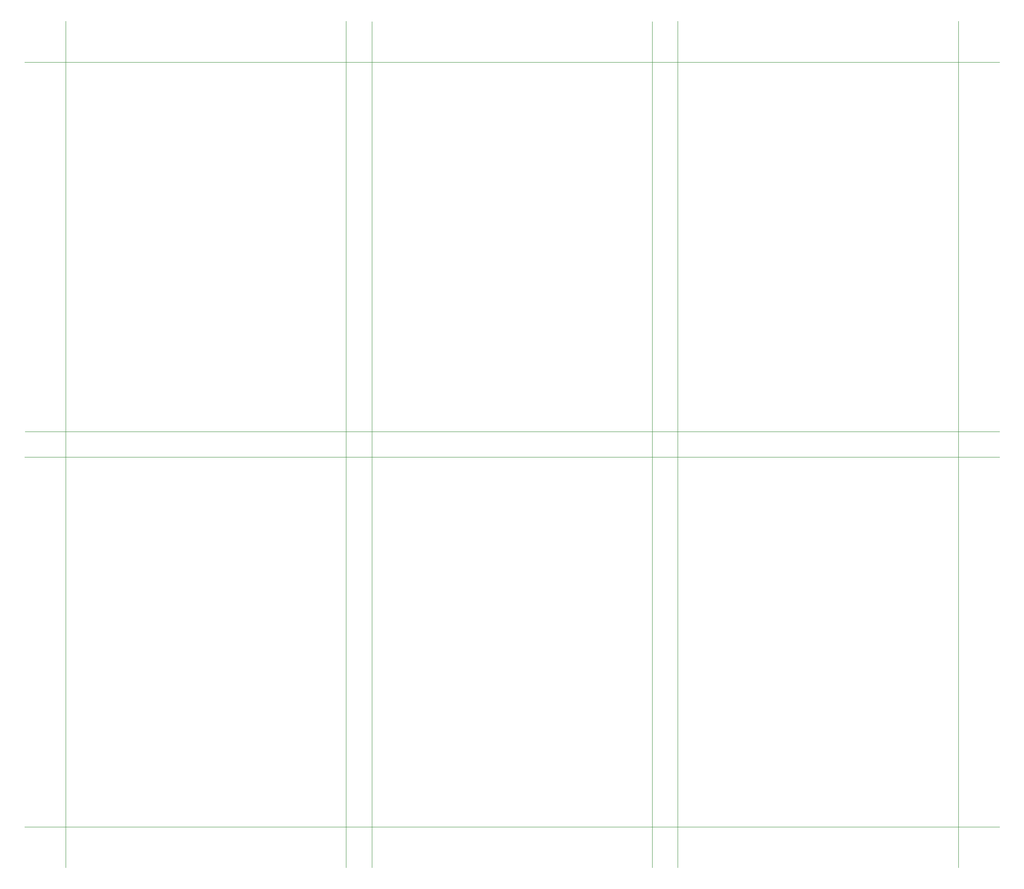
<source format=gbr>
G04 #@! TF.GenerationSoftware,KiCad,Pcbnew,(5.1.4)-1*
G04 #@! TF.CreationDate,2020-11-07T13:08:34+01:00*
G04 #@! TF.ProjectId,FPGA_nutzen,46504741-5f6e-4757-947a-656e2e6b6963,rev?*
G04 #@! TF.SameCoordinates,Original*
G04 #@! TF.FileFunction,Other,ECO1*
%FSLAX46Y46*%
G04 Gerber Fmt 4.6, Leading zero omitted, Abs format (unit mm)*
G04 Created by KiCad (PCBNEW (5.1.4)-1) date 2020-11-07 13:08:34*
%MOMM*%
%LPD*%
G04 APERTURE LIST*
%ADD10C,0.100000*%
G04 APERTURE END LIST*
D10*
X56170000Y-176903000D02*
X247252000Y-176903000D01*
X56171000Y-104403000D02*
X247253000Y-104403000D01*
X56175000Y-99403000D02*
X247257000Y-99403000D01*
X56137000Y-26903000D02*
X247219000Y-26903000D01*
X239162000Y-18889000D02*
X239162000Y-184891000D01*
X184162000Y-18889000D02*
X184162000Y-184891000D01*
X179162000Y-18903000D02*
X179162000Y-184905000D01*
X124162000Y-18919000D02*
X124162000Y-184921000D01*
X119162000Y-18900000D02*
X119162000Y-184902000D01*
X64162001Y-18901000D02*
X64162001Y-184903000D01*
M02*

</source>
